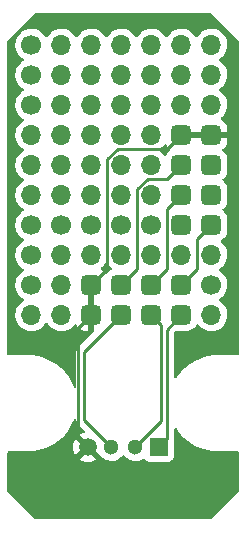
<source format=gbl>
G04 #@! TF.GenerationSoftware,KiCad,Pcbnew,(6.0.5)*
G04 #@! TF.CreationDate,2022-09-09T15:45:55+09:00*
G04 #@! TF.ProjectId,UnitBase,556e6974-4261-4736-952e-6b696361645f,rev?*
G04 #@! TF.SameCoordinates,Original*
G04 #@! TF.FileFunction,Copper,L2,Bot*
G04 #@! TF.FilePolarity,Positive*
%FSLAX46Y46*%
G04 Gerber Fmt 4.6, Leading zero omitted, Abs format (unit mm)*
G04 Created by KiCad (PCBNEW (6.0.5)) date 2022-09-09 15:45:55*
%MOMM*%
%LPD*%
G01*
G04 APERTURE LIST*
G04 Aperture macros list*
%AMRoundRect*
0 Rectangle with rounded corners*
0 $1 Rounding radius*
0 $2 $3 $4 $5 $6 $7 $8 $9 X,Y pos of 4 corners*
0 Add a 4 corners polygon primitive as box body*
4,1,4,$2,$3,$4,$5,$6,$7,$8,$9,$2,$3,0*
0 Add four circle primitives for the rounded corners*
1,1,$1+$1,$2,$3*
1,1,$1+$1,$4,$5*
1,1,$1+$1,$6,$7*
1,1,$1+$1,$8,$9*
0 Add four rect primitives between the rounded corners*
20,1,$1+$1,$2,$3,$4,$5,0*
20,1,$1+$1,$4,$5,$6,$7,0*
20,1,$1+$1,$6,$7,$8,$9,0*
20,1,$1+$1,$8,$9,$2,$3,0*%
G04 Aperture macros list end*
G04 #@! TA.AperFunction,ComponentPad*
%ADD10C,1.700000*%
G04 #@! TD*
G04 #@! TA.AperFunction,ComponentPad*
%ADD11O,1.700000X1.700000*%
G04 #@! TD*
G04 #@! TA.AperFunction,ComponentPad*
%ADD12RoundRect,0.425000X0.425000X0.425000X-0.425000X0.425000X-0.425000X-0.425000X0.425000X-0.425000X0*%
G04 #@! TD*
G04 #@! TA.AperFunction,ComponentPad*
%ADD13RoundRect,0.425000X-0.425000X0.425000X-0.425000X-0.425000X0.425000X-0.425000X0.425000X0.425000X0*%
G04 #@! TD*
G04 #@! TA.AperFunction,ComponentPad*
%ADD14R,1.500000X1.500000*%
G04 #@! TD*
G04 #@! TA.AperFunction,ComponentPad*
%ADD15C,1.300000*%
G04 #@! TD*
G04 #@! TA.AperFunction,ComponentPad*
%ADD16C,1.500000*%
G04 #@! TD*
G04 #@! TA.AperFunction,Conductor*
%ADD17C,0.250000*%
G04 #@! TD*
G04 APERTURE END LIST*
D10*
X142240000Y-86360000D03*
D11*
X142240000Y-83820000D03*
X142240000Y-81280000D03*
X142240000Y-78740000D03*
D10*
X144780000Y-86360000D03*
D11*
X144780000Y-83820000D03*
X144780000Y-81280000D03*
X144780000Y-78740000D03*
D10*
X147320000Y-86360000D03*
D11*
X147320000Y-83820000D03*
X147320000Y-81280000D03*
X147320000Y-78740000D03*
D10*
X149860000Y-86360000D03*
D11*
X149860000Y-83820000D03*
X149860000Y-81280000D03*
X149860000Y-78740000D03*
D10*
X152400000Y-86360000D03*
D11*
X152400000Y-83820000D03*
X152400000Y-81280000D03*
X152400000Y-78740000D03*
D12*
X154940000Y-86360000D03*
X154940000Y-83820000D03*
X154940000Y-81280000D03*
X154940000Y-78740000D03*
X157480000Y-86360000D03*
X157480000Y-83820000D03*
X157480000Y-81280000D03*
X157480000Y-78740000D03*
D10*
X157480000Y-91440000D03*
D11*
X157480000Y-93980000D03*
D10*
X142240000Y-91440000D03*
D11*
X142240000Y-93980000D03*
D13*
X154940000Y-91440000D03*
X152400000Y-91440000D03*
X149860000Y-91440000D03*
X147320000Y-91440000D03*
D11*
X144780000Y-91440000D03*
D10*
X142240000Y-88900000D03*
D11*
X144780000Y-88900000D03*
X147320000Y-88900000D03*
X149860000Y-88900000D03*
X152400000Y-88900000D03*
X154940000Y-88900000D03*
X157480000Y-88900000D03*
D10*
X142240000Y-76200000D03*
D11*
X144780000Y-76200000D03*
X147320000Y-76200000D03*
X149860000Y-76200000D03*
X152400000Y-76200000D03*
X154940000Y-76200000D03*
X157480000Y-76200000D03*
D10*
X142240000Y-73660000D03*
D11*
X144780000Y-73660000D03*
X147320000Y-73660000D03*
X149860000Y-73660000D03*
X152400000Y-73660000D03*
X154940000Y-73660000D03*
X157480000Y-73660000D03*
D10*
X142240000Y-71120000D03*
D11*
X144780000Y-71120000D03*
X147320000Y-71120000D03*
X149860000Y-71120000D03*
X152400000Y-71120000D03*
X154940000Y-71120000D03*
X157480000Y-71120000D03*
D14*
X153025000Y-105185000D03*
D15*
X151025000Y-105185000D03*
X149025000Y-105185000D03*
D16*
X147025000Y-105185000D03*
D13*
X154940000Y-93980000D03*
X152400000Y-93980000D03*
X149860000Y-93980000D03*
X147320000Y-93980000D03*
D11*
X144780000Y-93980000D03*
D17*
X153765489Y-79914511D02*
X154940000Y-78740000D01*
X149564479Y-79914511D02*
X153765489Y-79914511D01*
X148685489Y-80793501D02*
X149564479Y-79914511D01*
X147320000Y-91440000D02*
X148685489Y-90074511D01*
X148685489Y-90074511D02*
X148685489Y-80793501D01*
X152104479Y-82454511D02*
X153765489Y-82454511D01*
X153765489Y-82454511D02*
X154940000Y-81280000D01*
X151225489Y-83333501D02*
X152104479Y-82454511D01*
X151225489Y-90074511D02*
X151225489Y-83333501D01*
X149860000Y-91440000D02*
X151225489Y-90074511D01*
X146689787Y-97150213D02*
X149860000Y-93980000D01*
X146689787Y-102849787D02*
X146689787Y-97150213D01*
X149025000Y-105185000D02*
X146689787Y-102849787D01*
X147025000Y-105185000D02*
X146230786Y-104390786D01*
X146230786Y-104390786D02*
X146230786Y-95069214D01*
X146230786Y-95069214D02*
X147320000Y-93980000D01*
X153765489Y-84994511D02*
X154940000Y-83820000D01*
X153765489Y-90074511D02*
X153765489Y-84994511D01*
X152400000Y-91440000D02*
X153765489Y-90074511D01*
X156305489Y-90074511D02*
X156305489Y-87534511D01*
X154940000Y-91440000D02*
X156305489Y-90074511D01*
X156305489Y-87534511D02*
X157480000Y-86360000D01*
X153241944Y-94821944D02*
X153241944Y-102968056D01*
X153241944Y-102968056D02*
X151025000Y-105185000D01*
X153691455Y-95228545D02*
X154940000Y-93980000D01*
X152400000Y-93980000D02*
X153241944Y-94821944D01*
X153025000Y-105185000D02*
X153691455Y-104518545D01*
X153691455Y-104518545D02*
X153691455Y-95228545D01*
G04 #@! TA.AperFunction,Conductor*
G36*
X145993931Y-102790761D02*
G01*
X146042924Y-102842143D01*
X146056044Y-102889662D01*
X146056285Y-102889632D01*
X146056289Y-102889662D01*
X146056782Y-102893565D01*
X146056783Y-102893575D01*
X146056792Y-102893643D01*
X146057725Y-102905480D01*
X146059114Y-102949676D01*
X146064765Y-102969126D01*
X146068774Y-102988487D01*
X146071313Y-103008584D01*
X146074232Y-103015955D01*
X146074232Y-103015957D01*
X146087591Y-103049699D01*
X146091436Y-103060929D01*
X146103769Y-103103380D01*
X146107802Y-103110199D01*
X146107804Y-103110204D01*
X146114080Y-103120815D01*
X146122775Y-103138563D01*
X146130235Y-103157404D01*
X146134897Y-103163820D01*
X146134897Y-103163821D01*
X146156223Y-103193174D01*
X146162739Y-103203094D01*
X146185245Y-103241149D01*
X146199566Y-103255470D01*
X146212406Y-103270503D01*
X146224315Y-103286894D01*
X146230421Y-103291945D01*
X146258392Y-103315085D01*
X146267171Y-103323075D01*
X146714303Y-103770207D01*
X146748329Y-103832519D01*
X146743264Y-103903334D01*
X146700717Y-103960170D01*
X146657818Y-103981009D01*
X146598407Y-103996927D01*
X146588113Y-104000674D01*
X146398583Y-104089054D01*
X146389093Y-104094534D01*
X146347851Y-104123411D01*
X146339477Y-104133887D01*
X146346545Y-104147334D01*
X147025000Y-104825790D01*
X148063388Y-105864177D01*
X148075017Y-105870527D01*
X148117528Y-105908393D01*
X148140296Y-105940609D01*
X148144436Y-105944642D01*
X148266786Y-106063830D01*
X148292809Y-106089181D01*
X148297605Y-106092386D01*
X148297608Y-106092388D01*
X148365450Y-106137718D01*
X148469843Y-106207471D01*
X148475146Y-106209749D01*
X148475149Y-106209751D01*
X148563888Y-106247876D01*
X148665470Y-106291519D01*
X148741316Y-106308681D01*
X148867501Y-106337234D01*
X148867506Y-106337235D01*
X148873138Y-106338509D01*
X148878909Y-106338736D01*
X148878911Y-106338736D01*
X148940252Y-106341146D01*
X149085891Y-106346869D01*
X149091600Y-106346041D01*
X149091604Y-106346041D01*
X149290890Y-106317145D01*
X149290894Y-106317144D01*
X149296605Y-106316316D01*
X149498223Y-106247876D01*
X149683993Y-106143840D01*
X149847693Y-106007693D01*
X149907410Y-105935891D01*
X149926508Y-105912928D01*
X149985445Y-105873344D01*
X150056427Y-105871907D01*
X150116918Y-105909075D01*
X150126278Y-105920775D01*
X150136962Y-105935892D01*
X150140296Y-105940609D01*
X150144432Y-105944638D01*
X150266786Y-106063830D01*
X150292809Y-106089181D01*
X150297605Y-106092386D01*
X150297608Y-106092388D01*
X150365450Y-106137718D01*
X150469843Y-106207471D01*
X150475146Y-106209749D01*
X150475149Y-106209751D01*
X150563888Y-106247876D01*
X150665470Y-106291519D01*
X150741316Y-106308681D01*
X150867501Y-106337234D01*
X150867506Y-106337235D01*
X150873138Y-106338509D01*
X150878909Y-106338736D01*
X150878911Y-106338736D01*
X150940252Y-106341146D01*
X151085891Y-106346869D01*
X151091600Y-106346041D01*
X151091604Y-106346041D01*
X151290890Y-106317145D01*
X151290894Y-106317144D01*
X151296605Y-106316316D01*
X151498223Y-106247876D01*
X151503255Y-106245058D01*
X151503266Y-106245053D01*
X151666652Y-106153552D01*
X151735860Y-106137718D01*
X151802642Y-106161815D01*
X151829043Y-106187920D01*
X151911739Y-106298261D01*
X152028295Y-106385615D01*
X152164684Y-106436745D01*
X152226866Y-106443500D01*
X153823134Y-106443500D01*
X153885316Y-106436745D01*
X154021705Y-106385615D01*
X154138261Y-106298261D01*
X154225615Y-106181705D01*
X154276745Y-106045316D01*
X154283500Y-105983134D01*
X154283500Y-104775947D01*
X154287458Y-104744614D01*
X154290189Y-104733978D01*
X154296592Y-104715279D01*
X154301488Y-104703965D01*
X154301488Y-104703964D01*
X154304636Y-104696690D01*
X154305875Y-104688867D01*
X154305878Y-104688857D01*
X154311554Y-104653021D01*
X154313960Y-104641401D01*
X154322983Y-104606256D01*
X154322983Y-104606255D01*
X154324955Y-104598575D01*
X154324955Y-104578321D01*
X154326506Y-104558610D01*
X154328435Y-104546431D01*
X154329675Y-104538602D01*
X154325514Y-104494583D01*
X154324955Y-104482726D01*
X154324955Y-103677468D01*
X154344957Y-103609347D01*
X154398613Y-103562854D01*
X154468887Y-103552750D01*
X154533467Y-103582244D01*
X154556953Y-103609347D01*
X154690295Y-103816830D01*
X154929312Y-104120766D01*
X155196139Y-104400605D01*
X155198408Y-104402571D01*
X155198411Y-104402574D01*
X155317563Y-104505820D01*
X155488357Y-104653814D01*
X155803321Y-104878099D01*
X156138179Y-105071429D01*
X156489898Y-105232054D01*
X156492722Y-105233031D01*
X156492731Y-105233035D01*
X156852463Y-105357539D01*
X156855292Y-105358518D01*
X156858205Y-105359225D01*
X156858206Y-105359225D01*
X157228133Y-105448968D01*
X157228141Y-105448969D01*
X157231053Y-105449676D01*
X157234023Y-105450103D01*
X157234028Y-105450104D01*
X157610806Y-105504277D01*
X157610812Y-105504278D01*
X157613778Y-105504704D01*
X157616772Y-105504847D01*
X157616776Y-105504847D01*
X157730571Y-105510268D01*
X157971060Y-105521724D01*
X157977789Y-105522448D01*
X157977799Y-105522334D01*
X157982648Y-105522769D01*
X157987448Y-105523576D01*
X157993914Y-105523655D01*
X157995140Y-105523670D01*
X157995143Y-105523670D01*
X158000000Y-105523729D01*
X158027624Y-105519773D01*
X158045486Y-105518500D01*
X159665500Y-105518500D01*
X159733621Y-105538502D01*
X159780114Y-105592158D01*
X159791500Y-105644500D01*
X159791500Y-108897182D01*
X159771498Y-108965303D01*
X159754595Y-108986277D01*
X157526278Y-111214595D01*
X157463966Y-111248620D01*
X157437183Y-111251500D01*
X142562818Y-111251500D01*
X142494697Y-111231498D01*
X142473723Y-111214595D01*
X140245405Y-108986278D01*
X140211380Y-108923966D01*
X140208500Y-108897183D01*
X140208500Y-106235161D01*
X146339393Y-106235161D01*
X146348687Y-106247175D01*
X146389088Y-106275464D01*
X146398584Y-106280947D01*
X146588113Y-106369326D01*
X146598405Y-106373072D01*
X146800401Y-106427196D01*
X146811196Y-106429099D01*
X147019525Y-106447326D01*
X147030475Y-106447326D01*
X147238804Y-106429099D01*
X147249599Y-106427196D01*
X147451595Y-106373072D01*
X147461887Y-106369326D01*
X147651416Y-106280947D01*
X147660912Y-106275464D01*
X147702148Y-106246590D01*
X147710523Y-106236112D01*
X147703457Y-106222668D01*
X147037811Y-105557021D01*
X147023868Y-105549408D01*
X147022034Y-105549539D01*
X147015420Y-105553790D01*
X146345820Y-106223391D01*
X146339393Y-106235161D01*
X140208500Y-106235161D01*
X140208500Y-105644500D01*
X140228502Y-105576379D01*
X140282158Y-105529886D01*
X140334500Y-105518500D01*
X141946750Y-105518500D01*
X141967655Y-105520246D01*
X141982656Y-105522770D01*
X141982659Y-105522770D01*
X141987448Y-105523576D01*
X141993585Y-105523651D01*
X141995137Y-105523670D01*
X141995141Y-105523670D01*
X142000000Y-105523729D01*
X142004816Y-105523039D01*
X142009677Y-105522722D01*
X142009680Y-105522775D01*
X142012528Y-105522505D01*
X142383224Y-105504847D01*
X142383228Y-105504847D01*
X142386222Y-105504704D01*
X142389188Y-105504278D01*
X142389194Y-105504277D01*
X142765972Y-105450104D01*
X142765977Y-105450103D01*
X142768947Y-105449676D01*
X142771859Y-105448969D01*
X142771867Y-105448968D01*
X143141794Y-105359225D01*
X143141795Y-105359225D01*
X143144708Y-105358518D01*
X143147537Y-105357539D01*
X143507269Y-105233035D01*
X143507278Y-105233031D01*
X143510102Y-105232054D01*
X143601147Y-105190475D01*
X145762674Y-105190475D01*
X145780901Y-105398804D01*
X145782804Y-105409599D01*
X145836928Y-105611595D01*
X145840674Y-105621887D01*
X145929054Y-105811417D01*
X145934534Y-105820907D01*
X145963411Y-105862149D01*
X145973887Y-105870523D01*
X145987334Y-105863455D01*
X146652979Y-105197811D01*
X146660592Y-105183868D01*
X146660461Y-105182034D01*
X146656210Y-105175420D01*
X145986609Y-104505820D01*
X145974839Y-104499393D01*
X145962824Y-104508689D01*
X145934534Y-104549093D01*
X145929054Y-104558583D01*
X145840674Y-104748113D01*
X145836928Y-104758405D01*
X145782804Y-104960401D01*
X145780901Y-104971196D01*
X145762674Y-105179525D01*
X145762674Y-105190475D01*
X143601147Y-105190475D01*
X143861821Y-105071429D01*
X144196679Y-104878099D01*
X144511643Y-104653814D01*
X144682437Y-104505820D01*
X144801589Y-104402574D01*
X144801592Y-104402571D01*
X144803861Y-104400605D01*
X145070688Y-104120766D01*
X145309705Y-103816830D01*
X145518750Y-103491551D01*
X145695928Y-103147874D01*
X145716787Y-103095770D01*
X145813957Y-102853051D01*
X145857844Y-102797243D01*
X145924936Y-102774023D01*
X145993931Y-102790761D01*
G37*
G04 #@! TD.AperFunction*
G04 #@! TA.AperFunction,Conductor*
G36*
X157505304Y-68488502D02*
G01*
X157526278Y-68505405D01*
X159754595Y-70733722D01*
X159788621Y-70796034D01*
X159791500Y-70822817D01*
X159791500Y-97275500D01*
X159771498Y-97343621D01*
X159717842Y-97390114D01*
X159665500Y-97401500D01*
X158053250Y-97401500D01*
X158032345Y-97399754D01*
X158017344Y-97397230D01*
X158017341Y-97397230D01*
X158012552Y-97396424D01*
X158006415Y-97396349D01*
X158004863Y-97396330D01*
X158004859Y-97396330D01*
X158000000Y-97396271D01*
X157995184Y-97396961D01*
X157990323Y-97397278D01*
X157990320Y-97397225D01*
X157987472Y-97397495D01*
X157616776Y-97415153D01*
X157616772Y-97415153D01*
X157613778Y-97415296D01*
X157610812Y-97415722D01*
X157610806Y-97415723D01*
X157234028Y-97469896D01*
X157234023Y-97469897D01*
X157231053Y-97470324D01*
X157228141Y-97471031D01*
X157228133Y-97471032D01*
X156858206Y-97560775D01*
X156855292Y-97561482D01*
X156852465Y-97562460D01*
X156852463Y-97562461D01*
X156492731Y-97686965D01*
X156492722Y-97686969D01*
X156489898Y-97687946D01*
X156138179Y-97848571D01*
X155803321Y-98041901D01*
X155488357Y-98266186D01*
X155452649Y-98297127D01*
X155224573Y-98494757D01*
X155196139Y-98519395D01*
X154929312Y-98799234D01*
X154690295Y-99103170D01*
X154688673Y-99105694D01*
X154556953Y-99310653D01*
X154503297Y-99357146D01*
X154433023Y-99367249D01*
X154368442Y-99337756D01*
X154330059Y-99278030D01*
X154324955Y-99242532D01*
X154324955Y-95543139D01*
X154344957Y-95475018D01*
X154361860Y-95454044D01*
X154440499Y-95375405D01*
X154502811Y-95341379D01*
X154529594Y-95338500D01*
X155387258Y-95338499D01*
X155430336Y-95338499D01*
X155480220Y-95334574D01*
X155506082Y-95332539D01*
X155506085Y-95332539D01*
X155511836Y-95332086D01*
X155636596Y-95298657D01*
X155695005Y-95283006D01*
X155695006Y-95283006D01*
X155701379Y-95281298D01*
X155876221Y-95192211D01*
X156028720Y-95068720D01*
X156152211Y-94916221D01*
X156177221Y-94867137D01*
X156193674Y-94834846D01*
X156242423Y-94783231D01*
X156311338Y-94766165D01*
X156378539Y-94789066D01*
X156401177Y-94809550D01*
X156421756Y-94833307D01*
X156522866Y-94950032D01*
X156522869Y-94950035D01*
X156526250Y-94953938D01*
X156698126Y-95096632D01*
X156891000Y-95209338D01*
X157099692Y-95289030D01*
X157104760Y-95290061D01*
X157104763Y-95290062D01*
X157212017Y-95311883D01*
X157318597Y-95333567D01*
X157323772Y-95333757D01*
X157323774Y-95333757D01*
X157536673Y-95341564D01*
X157536677Y-95341564D01*
X157541837Y-95341753D01*
X157546957Y-95341097D01*
X157546959Y-95341097D01*
X157758288Y-95314025D01*
X157758289Y-95314025D01*
X157763416Y-95313368D01*
X157768366Y-95311883D01*
X157972429Y-95250661D01*
X157972434Y-95250659D01*
X157977384Y-95249174D01*
X158177994Y-95150896D01*
X158359860Y-95021173D01*
X158518096Y-94863489D01*
X158556854Y-94809552D01*
X158645435Y-94686277D01*
X158648453Y-94682077D01*
X158669320Y-94639857D01*
X158745136Y-94486453D01*
X158745137Y-94486451D01*
X158747430Y-94481811D01*
X158812370Y-94268069D01*
X158841529Y-94046590D01*
X158843156Y-93980000D01*
X158824852Y-93757361D01*
X158770431Y-93540702D01*
X158681354Y-93335840D01*
X158582624Y-93183227D01*
X158562822Y-93152617D01*
X158562820Y-93152614D01*
X158560014Y-93148277D01*
X158409670Y-92983051D01*
X158405619Y-92979852D01*
X158405615Y-92979848D01*
X158238414Y-92847800D01*
X158238410Y-92847798D01*
X158234359Y-92844598D01*
X158193053Y-92821796D01*
X158143084Y-92771364D01*
X158128312Y-92701921D01*
X158153428Y-92635516D01*
X158180780Y-92608909D01*
X158224603Y-92577650D01*
X158359860Y-92481173D01*
X158518096Y-92323489D01*
X158556854Y-92269552D01*
X158645435Y-92146277D01*
X158648453Y-92142077D01*
X158669320Y-92099857D01*
X158745136Y-91946453D01*
X158745137Y-91946451D01*
X158747430Y-91941811D01*
X158812370Y-91728069D01*
X158841529Y-91506590D01*
X158843156Y-91440000D01*
X158824852Y-91217361D01*
X158770431Y-91000702D01*
X158681354Y-90795840D01*
X158588459Y-90652246D01*
X158562822Y-90612617D01*
X158562820Y-90612614D01*
X158560014Y-90608277D01*
X158409670Y-90443051D01*
X158405619Y-90439852D01*
X158405615Y-90439848D01*
X158238414Y-90307800D01*
X158238410Y-90307798D01*
X158234359Y-90304598D01*
X158193053Y-90281796D01*
X158143084Y-90231364D01*
X158128312Y-90161921D01*
X158153428Y-90095516D01*
X158180780Y-90068909D01*
X158227817Y-90035358D01*
X158359860Y-89941173D01*
X158518096Y-89783489D01*
X158577594Y-89700689D01*
X158645435Y-89606277D01*
X158648453Y-89602077D01*
X158669320Y-89559857D01*
X158745136Y-89406453D01*
X158745137Y-89406451D01*
X158747430Y-89401811D01*
X158812370Y-89188069D01*
X158841529Y-88966590D01*
X158843156Y-88900000D01*
X158824852Y-88677361D01*
X158770431Y-88460702D01*
X158681354Y-88255840D01*
X158560014Y-88068277D01*
X158409670Y-87903051D01*
X158377355Y-87877530D01*
X158311926Y-87825856D01*
X158270864Y-87767939D01*
X158267633Y-87697016D01*
X158303258Y-87635605D01*
X158332816Y-87614708D01*
X158382608Y-87589338D01*
X158416221Y-87572211D01*
X158568720Y-87448720D01*
X158692211Y-87296221D01*
X158781298Y-87121379D01*
X158783006Y-87115005D01*
X158830592Y-86937413D01*
X158830593Y-86937409D01*
X158832086Y-86931836D01*
X158838500Y-86850337D01*
X158838499Y-85869664D01*
X158832086Y-85788164D01*
X158781298Y-85598621D01*
X158692211Y-85423779D01*
X158568720Y-85271280D01*
X158515027Y-85227800D01*
X158465779Y-85187920D01*
X158425427Y-85129506D01*
X158423061Y-85058549D01*
X158459434Y-84997577D01*
X158465779Y-84992080D01*
X158563589Y-84912875D01*
X158568720Y-84908720D01*
X158692211Y-84756221D01*
X158781298Y-84581379D01*
X158783006Y-84575005D01*
X158830592Y-84397413D01*
X158830593Y-84397409D01*
X158832086Y-84391836D01*
X158838500Y-84310337D01*
X158838499Y-83329664D01*
X158832086Y-83248164D01*
X158781298Y-83058621D01*
X158692211Y-82883779D01*
X158568720Y-82731280D01*
X158515027Y-82687800D01*
X158465779Y-82647920D01*
X158425427Y-82589506D01*
X158423061Y-82518549D01*
X158459434Y-82457577D01*
X158465779Y-82452080D01*
X158563589Y-82372875D01*
X158568720Y-82368720D01*
X158692211Y-82216221D01*
X158781298Y-82041379D01*
X158783006Y-82035005D01*
X158830592Y-81857413D01*
X158830593Y-81857409D01*
X158832086Y-81851836D01*
X158838500Y-81770337D01*
X158838499Y-80789664D01*
X158832086Y-80708164D01*
X158781298Y-80518621D01*
X158692211Y-80343779D01*
X158568720Y-80191280D01*
X158465380Y-80107597D01*
X158425030Y-80049185D01*
X158422664Y-79978228D01*
X158459037Y-79917256D01*
X158465381Y-79911759D01*
X158563238Y-79832515D01*
X158572515Y-79823238D01*
X158687636Y-79681077D01*
X158694786Y-79670066D01*
X158777832Y-79507079D01*
X158782536Y-79494825D01*
X158830095Y-79317334D01*
X158832042Y-79306001D01*
X158837807Y-79232754D01*
X158838000Y-79227828D01*
X158838000Y-79012115D01*
X158833525Y-78996876D01*
X158832135Y-78995671D01*
X158824452Y-78994000D01*
X154812000Y-78994000D01*
X154743879Y-78973998D01*
X154697386Y-78920342D01*
X154686000Y-78868000D01*
X154686000Y-78612000D01*
X154706002Y-78543879D01*
X154759658Y-78497386D01*
X154812000Y-78486000D01*
X158819884Y-78486000D01*
X158835123Y-78481525D01*
X158836328Y-78480135D01*
X158837999Y-78472452D01*
X158837999Y-78252175D01*
X158837805Y-78247244D01*
X158832042Y-78173997D01*
X158830095Y-78162668D01*
X158782536Y-77985175D01*
X158777832Y-77972921D01*
X158694786Y-77809934D01*
X158687636Y-77798923D01*
X158572515Y-77656762D01*
X158563238Y-77647485D01*
X158421077Y-77532364D01*
X158410063Y-77525212D01*
X158333507Y-77486205D01*
X158281891Y-77437458D01*
X158264825Y-77368543D01*
X158287725Y-77301341D01*
X158317540Y-77271360D01*
X158355654Y-77244174D01*
X158355661Y-77244168D01*
X158359860Y-77241173D01*
X158518096Y-77083489D01*
X158577594Y-77000689D01*
X158645435Y-76906277D01*
X158648453Y-76902077D01*
X158669320Y-76859857D01*
X158745136Y-76706453D01*
X158745137Y-76706451D01*
X158747430Y-76701811D01*
X158812370Y-76488069D01*
X158841529Y-76266590D01*
X158843156Y-76200000D01*
X158824852Y-75977361D01*
X158770431Y-75760702D01*
X158681354Y-75555840D01*
X158560014Y-75368277D01*
X158409670Y-75203051D01*
X158405619Y-75199852D01*
X158405615Y-75199848D01*
X158238414Y-75067800D01*
X158238410Y-75067798D01*
X158234359Y-75064598D01*
X158193053Y-75041796D01*
X158143084Y-74991364D01*
X158128312Y-74921921D01*
X158153428Y-74855516D01*
X158180780Y-74828909D01*
X158224603Y-74797650D01*
X158359860Y-74701173D01*
X158518096Y-74543489D01*
X158577594Y-74460689D01*
X158645435Y-74366277D01*
X158648453Y-74362077D01*
X158669320Y-74319857D01*
X158745136Y-74166453D01*
X158745137Y-74166451D01*
X158747430Y-74161811D01*
X158812370Y-73948069D01*
X158841529Y-73726590D01*
X158843156Y-73660000D01*
X158824852Y-73437361D01*
X158770431Y-73220702D01*
X158681354Y-73015840D01*
X158560014Y-72828277D01*
X158409670Y-72663051D01*
X158405619Y-72659852D01*
X158405615Y-72659848D01*
X158238414Y-72527800D01*
X158238410Y-72527798D01*
X158234359Y-72524598D01*
X158193053Y-72501796D01*
X158143084Y-72451364D01*
X158128312Y-72381921D01*
X158153428Y-72315516D01*
X158180780Y-72288909D01*
X158224603Y-72257650D01*
X158359860Y-72161173D01*
X158518096Y-72003489D01*
X158577594Y-71920689D01*
X158645435Y-71826277D01*
X158648453Y-71822077D01*
X158669320Y-71779857D01*
X158745136Y-71626453D01*
X158745137Y-71626451D01*
X158747430Y-71621811D01*
X158812370Y-71408069D01*
X158841529Y-71186590D01*
X158843156Y-71120000D01*
X158824852Y-70897361D01*
X158770431Y-70680702D01*
X158681354Y-70475840D01*
X158576199Y-70313295D01*
X158562822Y-70292617D01*
X158562820Y-70292614D01*
X158560014Y-70288277D01*
X158409670Y-70123051D01*
X158405619Y-70119852D01*
X158405615Y-70119848D01*
X158238414Y-69987800D01*
X158238410Y-69987798D01*
X158234359Y-69984598D01*
X158038789Y-69876638D01*
X158033920Y-69874914D01*
X158033916Y-69874912D01*
X157833087Y-69803795D01*
X157833083Y-69803794D01*
X157828212Y-69802069D01*
X157823119Y-69801162D01*
X157823116Y-69801161D01*
X157613373Y-69763800D01*
X157613367Y-69763799D01*
X157608284Y-69762894D01*
X157534452Y-69761992D01*
X157390081Y-69760228D01*
X157390079Y-69760228D01*
X157384911Y-69760165D01*
X157164091Y-69793955D01*
X156951756Y-69863357D01*
X156753607Y-69966507D01*
X156749474Y-69969610D01*
X156749471Y-69969612D01*
X156725247Y-69987800D01*
X156574965Y-70100635D01*
X156420629Y-70262138D01*
X156313201Y-70419621D01*
X156258293Y-70464621D01*
X156187768Y-70472792D01*
X156124021Y-70441538D01*
X156103324Y-70417054D01*
X156022822Y-70292617D01*
X156022820Y-70292614D01*
X156020014Y-70288277D01*
X155869670Y-70123051D01*
X155865619Y-70119852D01*
X155865615Y-70119848D01*
X155698414Y-69987800D01*
X155698410Y-69987798D01*
X155694359Y-69984598D01*
X155498789Y-69876638D01*
X155493920Y-69874914D01*
X155493916Y-69874912D01*
X155293087Y-69803795D01*
X155293083Y-69803794D01*
X155288212Y-69802069D01*
X155283119Y-69801162D01*
X155283116Y-69801161D01*
X155073373Y-69763800D01*
X155073367Y-69763799D01*
X155068284Y-69762894D01*
X154994452Y-69761992D01*
X154850081Y-69760228D01*
X154850079Y-69760228D01*
X154844911Y-69760165D01*
X154624091Y-69793955D01*
X154411756Y-69863357D01*
X154213607Y-69966507D01*
X154209474Y-69969610D01*
X154209471Y-69969612D01*
X154185247Y-69987800D01*
X154034965Y-70100635D01*
X153880629Y-70262138D01*
X153773201Y-70419621D01*
X153718293Y-70464621D01*
X153647768Y-70472792D01*
X153584021Y-70441538D01*
X153563324Y-70417054D01*
X153482822Y-70292617D01*
X153482820Y-70292614D01*
X153480014Y-70288277D01*
X153329670Y-70123051D01*
X153325619Y-70119852D01*
X153325615Y-70119848D01*
X153158414Y-69987800D01*
X153158410Y-69987798D01*
X153154359Y-69984598D01*
X152958789Y-69876638D01*
X152953920Y-69874914D01*
X152953916Y-69874912D01*
X152753087Y-69803795D01*
X152753083Y-69803794D01*
X152748212Y-69802069D01*
X152743119Y-69801162D01*
X152743116Y-69801161D01*
X152533373Y-69763800D01*
X152533367Y-69763799D01*
X152528284Y-69762894D01*
X152454452Y-69761992D01*
X152310081Y-69760228D01*
X152310079Y-69760228D01*
X152304911Y-69760165D01*
X152084091Y-69793955D01*
X151871756Y-69863357D01*
X151673607Y-69966507D01*
X151669474Y-69969610D01*
X151669471Y-69969612D01*
X151645247Y-69987800D01*
X151494965Y-70100635D01*
X151340629Y-70262138D01*
X151233201Y-70419621D01*
X151178293Y-70464621D01*
X151107768Y-70472792D01*
X151044021Y-70441538D01*
X151023324Y-70417054D01*
X150942822Y-70292617D01*
X150942820Y-70292614D01*
X150940014Y-70288277D01*
X150789670Y-70123051D01*
X150785619Y-70119852D01*
X150785615Y-70119848D01*
X150618414Y-69987800D01*
X150618410Y-69987798D01*
X150614359Y-69984598D01*
X150418789Y-69876638D01*
X150413920Y-69874914D01*
X150413916Y-69874912D01*
X150213087Y-69803795D01*
X150213083Y-69803794D01*
X150208212Y-69802069D01*
X150203119Y-69801162D01*
X150203116Y-69801161D01*
X149993373Y-69763800D01*
X149993367Y-69763799D01*
X149988284Y-69762894D01*
X149914452Y-69761992D01*
X149770081Y-69760228D01*
X149770079Y-69760228D01*
X149764911Y-69760165D01*
X149544091Y-69793955D01*
X149331756Y-69863357D01*
X149133607Y-69966507D01*
X149129474Y-69969610D01*
X149129471Y-69969612D01*
X149105247Y-69987800D01*
X148954965Y-70100635D01*
X148800629Y-70262138D01*
X148693201Y-70419621D01*
X148638293Y-70464621D01*
X148567768Y-70472792D01*
X148504021Y-70441538D01*
X148483324Y-70417054D01*
X148402822Y-70292617D01*
X148402820Y-70292614D01*
X148400014Y-70288277D01*
X148249670Y-70123051D01*
X148245619Y-70119852D01*
X148245615Y-70119848D01*
X148078414Y-69987800D01*
X148078410Y-69987798D01*
X148074359Y-69984598D01*
X147878789Y-69876638D01*
X147873920Y-69874914D01*
X147873916Y-69874912D01*
X147673087Y-69803795D01*
X147673083Y-69803794D01*
X147668212Y-69802069D01*
X147663119Y-69801162D01*
X147663116Y-69801161D01*
X147453373Y-69763800D01*
X147453367Y-69763799D01*
X147448284Y-69762894D01*
X147374452Y-69761992D01*
X147230081Y-69760228D01*
X147230079Y-69760228D01*
X147224911Y-69760165D01*
X147004091Y-69793955D01*
X146791756Y-69863357D01*
X146593607Y-69966507D01*
X146589474Y-69969610D01*
X146589471Y-69969612D01*
X146565247Y-69987800D01*
X146414965Y-70100635D01*
X146260629Y-70262138D01*
X146153201Y-70419621D01*
X146098293Y-70464621D01*
X146027768Y-70472792D01*
X145964021Y-70441538D01*
X145943324Y-70417054D01*
X145862822Y-70292617D01*
X145862820Y-70292614D01*
X145860014Y-70288277D01*
X145709670Y-70123051D01*
X145705619Y-70119852D01*
X145705615Y-70119848D01*
X145538414Y-69987800D01*
X145538410Y-69987798D01*
X145534359Y-69984598D01*
X145338789Y-69876638D01*
X145333920Y-69874914D01*
X145333916Y-69874912D01*
X145133087Y-69803795D01*
X145133083Y-69803794D01*
X145128212Y-69802069D01*
X145123119Y-69801162D01*
X145123116Y-69801161D01*
X144913373Y-69763800D01*
X144913367Y-69763799D01*
X144908284Y-69762894D01*
X144834452Y-69761992D01*
X144690081Y-69760228D01*
X144690079Y-69760228D01*
X144684911Y-69760165D01*
X144464091Y-69793955D01*
X144251756Y-69863357D01*
X144053607Y-69966507D01*
X144049474Y-69969610D01*
X144049471Y-69969612D01*
X144025247Y-69987800D01*
X143874965Y-70100635D01*
X143720629Y-70262138D01*
X143613201Y-70419621D01*
X143558293Y-70464621D01*
X143487768Y-70472792D01*
X143424021Y-70441538D01*
X143403324Y-70417054D01*
X143322822Y-70292617D01*
X143322820Y-70292614D01*
X143320014Y-70288277D01*
X143169670Y-70123051D01*
X143165619Y-70119852D01*
X143165615Y-70119848D01*
X142998414Y-69987800D01*
X142998410Y-69987798D01*
X142994359Y-69984598D01*
X142798789Y-69876638D01*
X142793920Y-69874914D01*
X142793916Y-69874912D01*
X142593087Y-69803795D01*
X142593083Y-69803794D01*
X142588212Y-69802069D01*
X142583119Y-69801162D01*
X142583116Y-69801161D01*
X142373373Y-69763800D01*
X142373367Y-69763799D01*
X142368284Y-69762894D01*
X142294452Y-69761992D01*
X142150081Y-69760228D01*
X142150079Y-69760228D01*
X142144911Y-69760165D01*
X141924091Y-69793955D01*
X141711756Y-69863357D01*
X141513607Y-69966507D01*
X141509474Y-69969610D01*
X141509471Y-69969612D01*
X141485247Y-69987800D01*
X141334965Y-70100635D01*
X141180629Y-70262138D01*
X141054743Y-70446680D01*
X141026223Y-70508122D01*
X140977140Y-70613863D01*
X140960688Y-70649305D01*
X140900989Y-70864570D01*
X140877251Y-71086695D01*
X140877548Y-71091848D01*
X140877548Y-71091851D01*
X140883011Y-71186590D01*
X140890110Y-71309715D01*
X140891247Y-71314761D01*
X140891248Y-71314767D01*
X140911119Y-71402939D01*
X140939222Y-71527639D01*
X141023266Y-71734616D01*
X141074019Y-71817438D01*
X141137291Y-71920688D01*
X141139987Y-71925088D01*
X141286250Y-72093938D01*
X141458126Y-72236632D01*
X141528595Y-72277811D01*
X141531445Y-72279476D01*
X141580169Y-72331114D01*
X141593240Y-72400897D01*
X141566509Y-72466669D01*
X141526055Y-72500027D01*
X141513607Y-72506507D01*
X141509474Y-72509610D01*
X141509471Y-72509612D01*
X141485247Y-72527800D01*
X141334965Y-72640635D01*
X141180629Y-72802138D01*
X141054743Y-72986680D01*
X140960688Y-73189305D01*
X140900989Y-73404570D01*
X140877251Y-73626695D01*
X140877548Y-73631848D01*
X140877548Y-73631851D01*
X140883011Y-73726590D01*
X140890110Y-73849715D01*
X140891247Y-73854761D01*
X140891248Y-73854767D01*
X140911119Y-73942939D01*
X140939222Y-74067639D01*
X141023266Y-74274616D01*
X141074019Y-74357438D01*
X141137291Y-74460688D01*
X141139987Y-74465088D01*
X141286250Y-74633938D01*
X141458126Y-74776632D01*
X141528595Y-74817811D01*
X141531445Y-74819476D01*
X141580169Y-74871114D01*
X141593240Y-74940897D01*
X141566509Y-75006669D01*
X141526055Y-75040027D01*
X141513607Y-75046507D01*
X141509474Y-75049610D01*
X141509471Y-75049612D01*
X141485247Y-75067800D01*
X141334965Y-75180635D01*
X141180629Y-75342138D01*
X141054743Y-75526680D01*
X140960688Y-75729305D01*
X140900989Y-75944570D01*
X140877251Y-76166695D01*
X140877548Y-76171848D01*
X140877548Y-76171851D01*
X140883011Y-76266590D01*
X140890110Y-76389715D01*
X140891247Y-76394761D01*
X140891248Y-76394767D01*
X140911119Y-76482939D01*
X140939222Y-76607639D01*
X141023266Y-76814616D01*
X141074019Y-76897438D01*
X141137291Y-77000688D01*
X141139987Y-77005088D01*
X141286250Y-77173938D01*
X141458126Y-77316632D01*
X141490764Y-77335704D01*
X141531445Y-77359476D01*
X141580169Y-77411114D01*
X141593240Y-77480897D01*
X141566509Y-77546669D01*
X141526055Y-77580027D01*
X141513607Y-77586507D01*
X141509474Y-77589610D01*
X141509471Y-77589612D01*
X141339100Y-77717530D01*
X141334965Y-77720635D01*
X141180629Y-77882138D01*
X141177720Y-77886403D01*
X141177714Y-77886411D01*
X141118701Y-77972921D01*
X141054743Y-78066680D01*
X140960688Y-78269305D01*
X140900989Y-78484570D01*
X140877251Y-78706695D01*
X140890110Y-78929715D01*
X140891247Y-78934761D01*
X140891248Y-78934767D01*
X140908680Y-79012115D01*
X140939222Y-79147639D01*
X141023266Y-79354616D01*
X141074942Y-79438944D01*
X141137291Y-79540688D01*
X141139987Y-79545088D01*
X141286250Y-79713938D01*
X141458126Y-79856632D01*
X141528595Y-79897811D01*
X141531445Y-79899476D01*
X141580169Y-79951114D01*
X141593240Y-80020897D01*
X141566509Y-80086669D01*
X141526055Y-80120027D01*
X141513607Y-80126507D01*
X141509474Y-80129610D01*
X141509471Y-80129612D01*
X141427337Y-80191280D01*
X141334965Y-80260635D01*
X141180629Y-80422138D01*
X141054743Y-80606680D01*
X140960688Y-80809305D01*
X140900989Y-81024570D01*
X140877251Y-81246695D01*
X140890110Y-81469715D01*
X140891247Y-81474761D01*
X140891248Y-81474767D01*
X140915304Y-81581508D01*
X140939222Y-81687639D01*
X140972802Y-81770337D01*
X141008160Y-81857413D01*
X141023266Y-81894616D01*
X141074942Y-81978944D01*
X141137291Y-82080688D01*
X141139987Y-82085088D01*
X141286250Y-82253938D01*
X141458126Y-82396632D01*
X141528595Y-82437811D01*
X141531445Y-82439476D01*
X141580169Y-82491114D01*
X141593240Y-82560897D01*
X141566509Y-82626669D01*
X141526055Y-82660027D01*
X141513607Y-82666507D01*
X141509474Y-82669610D01*
X141509471Y-82669612D01*
X141342479Y-82794993D01*
X141334965Y-82800635D01*
X141180629Y-82962138D01*
X141054743Y-83146680D01*
X140960688Y-83349305D01*
X140900989Y-83564570D01*
X140877251Y-83786695D01*
X140890110Y-84009715D01*
X140891247Y-84014761D01*
X140891248Y-84014767D01*
X140915304Y-84121508D01*
X140939222Y-84227639D01*
X140972802Y-84310337D01*
X141008160Y-84397413D01*
X141023266Y-84434616D01*
X141074942Y-84518944D01*
X141137291Y-84620688D01*
X141139987Y-84625088D01*
X141286250Y-84793938D01*
X141458126Y-84936632D01*
X141514286Y-84969449D01*
X141531445Y-84979476D01*
X141580169Y-85031114D01*
X141593240Y-85100897D01*
X141566509Y-85166669D01*
X141526055Y-85200027D01*
X141513607Y-85206507D01*
X141509474Y-85209610D01*
X141509471Y-85209612D01*
X141485247Y-85227800D01*
X141334965Y-85340635D01*
X141180629Y-85502138D01*
X141054743Y-85686680D01*
X140960688Y-85889305D01*
X140900989Y-86104570D01*
X140877251Y-86326695D01*
X140890110Y-86549715D01*
X140891247Y-86554761D01*
X140891248Y-86554767D01*
X140915304Y-86661508D01*
X140939222Y-86767639D01*
X140972802Y-86850337D01*
X141008160Y-86937413D01*
X141023266Y-86974616D01*
X141074942Y-87058944D01*
X141137291Y-87160688D01*
X141139987Y-87165088D01*
X141286250Y-87333938D01*
X141458126Y-87476632D01*
X141528595Y-87517811D01*
X141531445Y-87519476D01*
X141580169Y-87571114D01*
X141593240Y-87640897D01*
X141566509Y-87706669D01*
X141526055Y-87740027D01*
X141513607Y-87746507D01*
X141509474Y-87749610D01*
X141509471Y-87749612D01*
X141339100Y-87877530D01*
X141334965Y-87880635D01*
X141180629Y-88042138D01*
X141054743Y-88226680D01*
X140960688Y-88429305D01*
X140900989Y-88644570D01*
X140877251Y-88866695D01*
X140877548Y-88871848D01*
X140877548Y-88871851D01*
X140883011Y-88966590D01*
X140890110Y-89089715D01*
X140891247Y-89094761D01*
X140891248Y-89094767D01*
X140911119Y-89182939D01*
X140939222Y-89307639D01*
X141023266Y-89514616D01*
X141074019Y-89597438D01*
X141137291Y-89700688D01*
X141139987Y-89705088D01*
X141286250Y-89873938D01*
X141458126Y-90016632D01*
X141490172Y-90035358D01*
X141531445Y-90059476D01*
X141580169Y-90111114D01*
X141593240Y-90180897D01*
X141566509Y-90246669D01*
X141526055Y-90280027D01*
X141513607Y-90286507D01*
X141509474Y-90289610D01*
X141509471Y-90289612D01*
X141339100Y-90417530D01*
X141334965Y-90420635D01*
X141180629Y-90582138D01*
X141177720Y-90586403D01*
X141177714Y-90586411D01*
X141114813Y-90678621D01*
X141054743Y-90766680D01*
X140960688Y-90969305D01*
X140900989Y-91184570D01*
X140877251Y-91406695D01*
X140877548Y-91411848D01*
X140877548Y-91411851D01*
X140883011Y-91506590D01*
X140890110Y-91629715D01*
X140891247Y-91634761D01*
X140891248Y-91634767D01*
X140911119Y-91722939D01*
X140939222Y-91847639D01*
X141023266Y-92054616D01*
X141074019Y-92137438D01*
X141137291Y-92240688D01*
X141139987Y-92245088D01*
X141286250Y-92413938D01*
X141458126Y-92556632D01*
X141528595Y-92597811D01*
X141531445Y-92599476D01*
X141580169Y-92651114D01*
X141593240Y-92720897D01*
X141566509Y-92786669D01*
X141526055Y-92820027D01*
X141513607Y-92826507D01*
X141509474Y-92829610D01*
X141509471Y-92829612D01*
X141339100Y-92957530D01*
X141334965Y-92960635D01*
X141180629Y-93122138D01*
X141177720Y-93126403D01*
X141177714Y-93126411D01*
X141114813Y-93218621D01*
X141054743Y-93306680D01*
X140960688Y-93509305D01*
X140900989Y-93724570D01*
X140877251Y-93946695D01*
X140877548Y-93951848D01*
X140877548Y-93951851D01*
X140883011Y-94046590D01*
X140890110Y-94169715D01*
X140891247Y-94174761D01*
X140891248Y-94174767D01*
X140911119Y-94262939D01*
X140939222Y-94387639D01*
X141023266Y-94594616D01*
X141074019Y-94677438D01*
X141137291Y-94780688D01*
X141139987Y-94785088D01*
X141286250Y-94953938D01*
X141458126Y-95096632D01*
X141651000Y-95209338D01*
X141859692Y-95289030D01*
X141864760Y-95290061D01*
X141864763Y-95290062D01*
X141972017Y-95311883D01*
X142078597Y-95333567D01*
X142083772Y-95333757D01*
X142083774Y-95333757D01*
X142296673Y-95341564D01*
X142296677Y-95341564D01*
X142301837Y-95341753D01*
X142306957Y-95341097D01*
X142306959Y-95341097D01*
X142518288Y-95314025D01*
X142518289Y-95314025D01*
X142523416Y-95313368D01*
X142528366Y-95311883D01*
X142732429Y-95250661D01*
X142732434Y-95250659D01*
X142737384Y-95249174D01*
X142937994Y-95150896D01*
X143119860Y-95021173D01*
X143278096Y-94863489D01*
X143316854Y-94809552D01*
X143408453Y-94682077D01*
X143409776Y-94683028D01*
X143456645Y-94639857D01*
X143526580Y-94627625D01*
X143592026Y-94655144D01*
X143619875Y-94686994D01*
X143679987Y-94785088D01*
X143826250Y-94953938D01*
X143998126Y-95096632D01*
X144191000Y-95209338D01*
X144399692Y-95289030D01*
X144404760Y-95290061D01*
X144404763Y-95290062D01*
X144512017Y-95311883D01*
X144618597Y-95333567D01*
X144623772Y-95333757D01*
X144623774Y-95333757D01*
X144836673Y-95341564D01*
X144836677Y-95341564D01*
X144841837Y-95341753D01*
X144846957Y-95341097D01*
X144846959Y-95341097D01*
X145058288Y-95314025D01*
X145058289Y-95314025D01*
X145063416Y-95313368D01*
X145068366Y-95311883D01*
X145272429Y-95250661D01*
X145272434Y-95250659D01*
X145277384Y-95249174D01*
X145477994Y-95150896D01*
X145659860Y-95021173D01*
X145818096Y-94863489D01*
X145851513Y-94816984D01*
X145907508Y-94773336D01*
X145978211Y-94766890D01*
X146041176Y-94799693D01*
X146066103Y-94833307D01*
X146105214Y-94910066D01*
X146112364Y-94921077D01*
X146227485Y-95063238D01*
X146236762Y-95072515D01*
X146378923Y-95187636D01*
X146389934Y-95194786D01*
X146552921Y-95277832D01*
X146565175Y-95282536D01*
X146742666Y-95330095D01*
X146753999Y-95332042D01*
X146827246Y-95337807D01*
X146832172Y-95338000D01*
X147047885Y-95338000D01*
X147063124Y-95333525D01*
X147064329Y-95332135D01*
X147066000Y-95324452D01*
X147066000Y-91312000D01*
X147086002Y-91243879D01*
X147139658Y-91197386D01*
X147192000Y-91186000D01*
X147448000Y-91186000D01*
X147516121Y-91206002D01*
X147562614Y-91259658D01*
X147574000Y-91312000D01*
X147574000Y-95317905D01*
X147553998Y-95386026D01*
X147537095Y-95407000D01*
X146297534Y-96646561D01*
X146289248Y-96654101D01*
X146282769Y-96658213D01*
X146277344Y-96663990D01*
X146236144Y-96707864D01*
X146233389Y-96710706D01*
X146213652Y-96730443D01*
X146211172Y-96733640D01*
X146203469Y-96742660D01*
X146173201Y-96774892D01*
X146169382Y-96781838D01*
X146169380Y-96781841D01*
X146163439Y-96792647D01*
X146152588Y-96809166D01*
X146140173Y-96825172D01*
X146137028Y-96832441D01*
X146137025Y-96832445D01*
X146122613Y-96865750D01*
X146117396Y-96876400D01*
X146096092Y-96915153D01*
X146094121Y-96922828D01*
X146094121Y-96922829D01*
X146091054Y-96934775D01*
X146084650Y-96953479D01*
X146076606Y-96972068D01*
X146075367Y-96979891D01*
X146075364Y-96979901D01*
X146069688Y-97015737D01*
X146067282Y-97027357D01*
X146056287Y-97070183D01*
X146056287Y-97090437D01*
X146054736Y-97110147D01*
X146051567Y-97130156D01*
X146052313Y-97138048D01*
X146055728Y-97174174D01*
X146056287Y-97186032D01*
X146056287Y-100018512D01*
X146036285Y-100086633D01*
X145982629Y-100133126D01*
X145912355Y-100143230D01*
X145847775Y-100113736D01*
X145813313Y-100065341D01*
X145697049Y-99774926D01*
X145697049Y-99774925D01*
X145695928Y-99772126D01*
X145518750Y-99428449D01*
X145309705Y-99103170D01*
X145070688Y-98799234D01*
X144803861Y-98519395D01*
X144775428Y-98494757D01*
X144547351Y-98297127D01*
X144511643Y-98266186D01*
X144196679Y-98041901D01*
X143861821Y-97848571D01*
X143510102Y-97687946D01*
X143507278Y-97686969D01*
X143507269Y-97686965D01*
X143147537Y-97562461D01*
X143147535Y-97562460D01*
X143144708Y-97561482D01*
X143141794Y-97560775D01*
X142771867Y-97471032D01*
X142771859Y-97471031D01*
X142768947Y-97470324D01*
X142765977Y-97469897D01*
X142765972Y-97469896D01*
X142389194Y-97415723D01*
X142389188Y-97415722D01*
X142386222Y-97415296D01*
X142383228Y-97415153D01*
X142383224Y-97415153D01*
X142269429Y-97409732D01*
X142028940Y-97398276D01*
X142022211Y-97397552D01*
X142022201Y-97397666D01*
X142017352Y-97397231D01*
X142012552Y-97396424D01*
X142006086Y-97396345D01*
X142004860Y-97396330D01*
X142004857Y-97396330D01*
X142000000Y-97396271D01*
X141985993Y-97398277D01*
X141972376Y-97400227D01*
X141954514Y-97401500D01*
X140334500Y-97401500D01*
X140266379Y-97381498D01*
X140219886Y-97327842D01*
X140208500Y-97275500D01*
X140208500Y-70822817D01*
X140228502Y-70754696D01*
X140245405Y-70733722D01*
X142473722Y-68505405D01*
X142536034Y-68471379D01*
X142562817Y-68468500D01*
X157437183Y-68468500D01*
X157505304Y-68488502D01*
G37*
G04 #@! TD.AperFunction*
G04 #@! TA.AperFunction,Conductor*
G36*
X148672026Y-89575144D02*
G01*
X148699875Y-89606994D01*
X148759987Y-89705088D01*
X148906250Y-89873938D01*
X148910225Y-89877238D01*
X148910228Y-89877241D01*
X149029732Y-89976455D01*
X149069367Y-90035358D01*
X149070865Y-90106339D01*
X149033750Y-90166861D01*
X149006451Y-90185665D01*
X148923779Y-90227789D01*
X148771280Y-90351280D01*
X148687597Y-90454620D01*
X148629185Y-90494970D01*
X148558228Y-90497336D01*
X148497256Y-90460963D01*
X148491759Y-90454619D01*
X148412515Y-90356762D01*
X148403238Y-90347485D01*
X148261077Y-90232364D01*
X148250063Y-90225212D01*
X148173507Y-90186205D01*
X148121891Y-90137458D01*
X148104825Y-90068543D01*
X148127725Y-90001341D01*
X148157540Y-89971360D01*
X148195654Y-89944174D01*
X148195661Y-89944168D01*
X148199860Y-89941173D01*
X148358096Y-89783489D01*
X148417594Y-89700689D01*
X148488453Y-89602077D01*
X148489776Y-89603028D01*
X148536645Y-89559857D01*
X148606580Y-89547625D01*
X148672026Y-89575144D01*
G37*
G04 #@! TD.AperFunction*
G04 #@! TA.AperFunction,Conductor*
G36*
X153661176Y-79559693D02*
G01*
X153686103Y-79593307D01*
X153725214Y-79670066D01*
X153732364Y-79681077D01*
X153847485Y-79823238D01*
X153856762Y-79832515D01*
X153954619Y-79911759D01*
X153994971Y-79970174D01*
X153997335Y-80041131D01*
X153960962Y-80102102D01*
X153954641Y-80107580D01*
X153851280Y-80191280D01*
X153727789Y-80343779D01*
X153724792Y-80349661D01*
X153687359Y-80423127D01*
X153638611Y-80474742D01*
X153569696Y-80491808D01*
X153502494Y-80468907D01*
X153480508Y-80447827D01*
X153480014Y-80448277D01*
X153333145Y-80286870D01*
X153329670Y-80283051D01*
X153325619Y-80279852D01*
X153325615Y-80279848D01*
X153158414Y-80147800D01*
X153158410Y-80147798D01*
X153154359Y-80144598D01*
X153113053Y-80121796D01*
X153063084Y-80071364D01*
X153048312Y-80001921D01*
X153073428Y-79935516D01*
X153100780Y-79908909D01*
X153144603Y-79877650D01*
X153279860Y-79781173D01*
X153438096Y-79623489D01*
X153471513Y-79576984D01*
X153527508Y-79533336D01*
X153598211Y-79526890D01*
X153661176Y-79559693D01*
G37*
G04 #@! TD.AperFunction*
M02*

</source>
